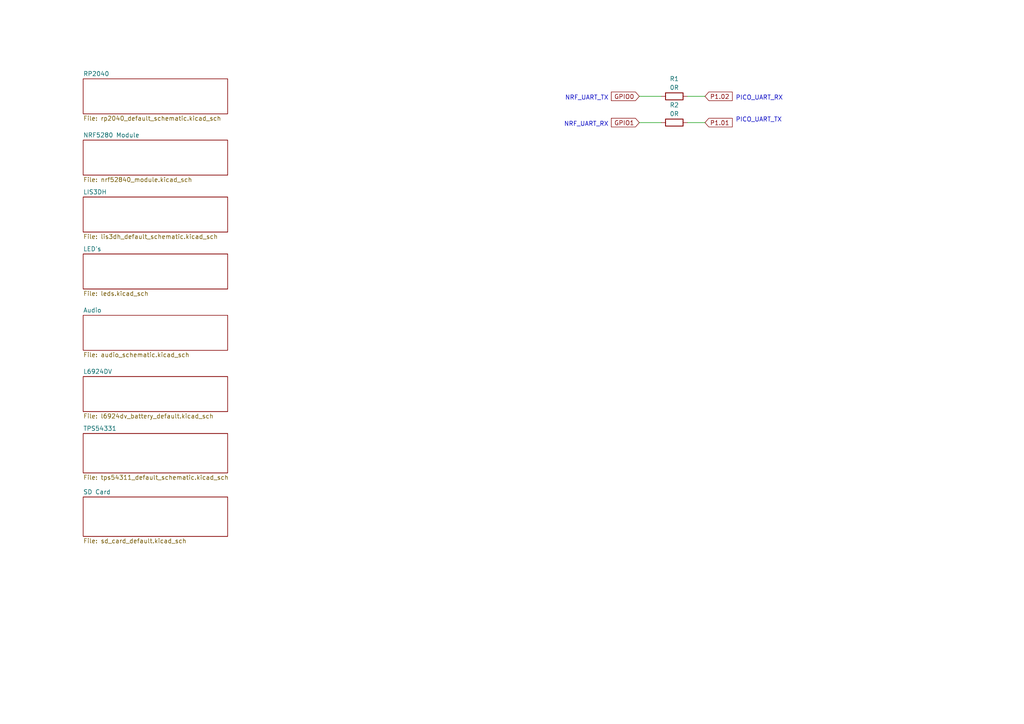
<source format=kicad_sch>
(kicad_sch (version 20230121) (generator eeschema)
  (paper "A4")
  (title_block (title "Desk Sand Glass") (rev "0.0.1") (company "None") (comment 1 "Author : Turgay Hopal"))
  (lib_symbols
    (symbol "Device:R" (pin_numbers hide) (pin_names (offset 0))
      (property "Reference" "R" (at 2.032 0 90))
      (property "Value" "R" (at 0 0 90))
      (symbol "R_0_1"
        (rectangle (start -1.016 -2.54) (end 1.016 2.54) (stroke (width 0.254)))
      )
      (symbol "R_1_1"
        (pin passive line (at 0 3.81 270) (length 1.27) (name "~") (number "1"))
        (pin passive line (at 0 -3.81 90) (length 1.27) (name "~") (number "2"))
      )
    )
  )
  (wire (pts (xy 185.42 35.56) (xy 191.77 35.56)))
  (wire (pts (xy 204.47 35.56) (xy 199.39 35.56)))
  (wire (pts (xy 204.47 27.94) (xy 199.39 27.94)))
  (wire (pts (xy 185.42 27.94) (xy 191.77 27.94)))
  (text "NRF_UART_RX" (at 176.53 36.83 0) (effects (font (size 1.27 1.27)) (justify right bottom)))
  (text "PICO_UART_RX" (at 213.36 29.21 0) (effects (font (size 1.27 1.27)) (justify left bottom)))
  (text "NRF_UART_TX" (at 176.53 29.21 0) (effects (font (size 1.27 1.27)) (justify right bottom)))
  (text "PICO_UART_TX" (at 213.36 35.56 0) (effects (font (size 1.27 1.27)) (justify left bottom)))
  (global_label "P1.02" (shape input) (at 204.47 27.94 0) (property "Intersheetrefs" "${INTERSHEET_REFS}" (effects hide)))
  (global_label "GPIO0" (shape input) (at 185.42 27.94 180) (property "Intersheetrefs" "${INTERSHEET_REFS}" (effects hide)))
  (global_label "GPIO1" (shape input) (at 185.42 35.56 180) (property "Intersheetrefs" "${INTERSHEET_REFS}" (effects hide)))
  (global_label "P1.01" (shape input) (at 204.47 35.56 0) (property "Intersheetrefs" "${INTERSHEET_REFS}" (effects hide)))
  (symbol (lib_id "Device:R") (at 195.58 35.56 90) (unit 1)
    (property "Reference" "R2" (at 195.58 30.48 90))
    (property "Value" "0R" (at 195.58 33.02 90))
    (property "Footprint" "Resistor_SMD:R_0603_1608Metric" (effects hide))
  )
  (symbol (lib_id "Device:R") (at 195.58 27.94 90) (unit 1)
    (property "Reference" "R1" (at 195.58 22.86 90))
    (property "Value" "0R" (at 195.58 25.4 90))
    (property "Footprint" "Resistor_SMD:R_0603_1608Metric" (effects hide))
  )
  (sheet (at 24.13 144.145) (size 41.91 11.43) (stroke (width 0.1524))
    (property "Sheetname" "SD Card" (at 24.13 143.4334 0) (effects (justify left bottom)))
    (property "Sheetfile" "sd_card_default.kicad_sch" (at 24.13 156.1596 0) (effects (justify left top)))
  )
  (sheet (at 24.13 22.86) (size 41.91 10.16) (stroke (width 0.1524))
    (property "Sheetname" "RP2040" (at 24.13 22.1484 0) (effects (justify left bottom)))
    (property "Sheetfile" "rp2040_default_schematic.kicad_sch" (at 24.13 33.6046 0) (effects (justify left top)))
  )
  (sheet (at 24.13 73.66) (size 41.91 10.16) (stroke (width 0.1524))
    (property "Sheetname" "LED's" (at 24.13 72.9484 0) (effects (justify left bottom)))
    (property "Sheetfile" "leds.kicad_sch" (at 24.13 84.4046 0) (effects (justify left top)))
  )
  (sheet (at 24.13 91.44) (size 41.91 10.16) (stroke (width 0.1524))
    (property "Sheetname" "Audio" (at 24.13 90.7284 0) (effects (justify left bottom)))
    (property "Sheetfile" "audio_schematic.kicad_sch" (at 24.13 102.1846 0) (effects (justify left top)))
  )
  (sheet (at 24.13 57.15) (size 41.91 10.16) (stroke (width 0.1524))
    (property "Sheetname" "LIS3DH" (at 24.13 56.4384 0) (effects (justify left bottom)))
    (property "Sheetfile" "lis3dh_default_schematic.kicad_sch" (at 24.13 67.8946 0) (effects (justify left top)))
  )
  (sheet (at 24.13 40.64) (size 41.91 10.16) (stroke (width 0.1524))
    (property "Sheetname" "NRF5280 Module" (at 24.13 39.9284 0) (effects (justify left bottom)))
    (property "Sheetfile" "nrf52840_module.kicad_sch" (at 24.13 51.3846 0) (effects (justify left top)))
  )
  (sheet (at 24.13 109.22) (size 41.91 10.16) (stroke (width 0.1524))
    (property "Sheetname" "L6924DV" (at 24.13 108.5084 0) (effects (justify left bottom)))
    (property "Sheetfile" "l6924dv_battery_default.kicad_sch" (at 24.13 119.9646 0) (effects (justify left top)))
  )
  (sheet (at 24.13 125.73) (size 41.91 11.43) (stroke (width 0.1524))
    (property "Sheetname" "TPS54331" (at 24.13 125.0184 0) (effects (justify left bottom)))
    (property "Sheetfile" "tps54311_default_schematic.kicad_sch" (at 24.13 137.7446 0) (effects (justify left top)))
  )
)
</source>
